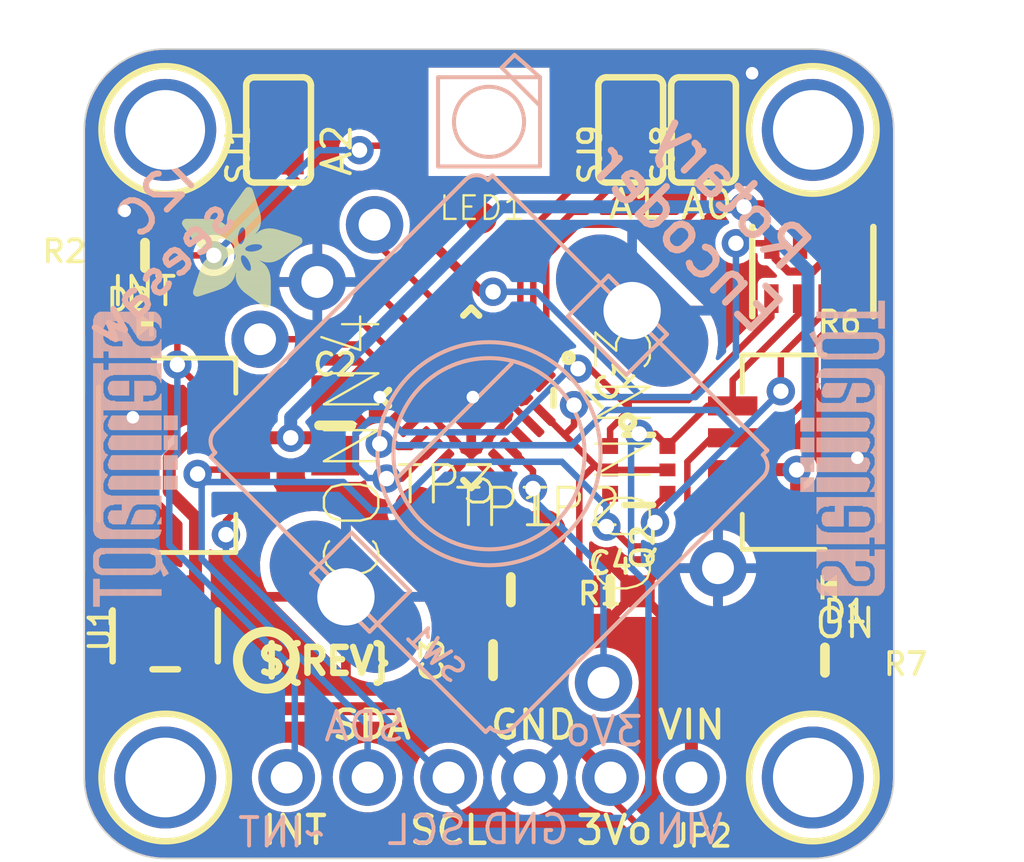
<source format=kicad_pcb>
(kicad_pcb (version 20221018) (generator pcbnew)
  (layers (0 "F.Cu" signal) (31 "B.Cu" signal) (34 "B.Paste" user) (35 "F.Paste" user) (36 "B.SilkS" user "B.Silkscreen") (37 "F.SilkS" user "F.Silkscreen") (38 "B.Mask" user) (39 "F.Mask" user) (44 "Edge.Cuts" user))
  (net 0 "")
  (net 1 "SWDIO")
  (net 2 "SWCLK")
  (net 3 "GND")
  (net 4 "3.3V")
  (net 5 "~{RESET}")
  (net 6 "SDA")
  (net 7 "SCL")
  (net 8 "SCL_3V")
  (net 9 "SDA_3V")
  (net 10 "ENC_A")
  (net 11 "ENC_B")
  (net 12 "ADDR0")
  (net 13 "ADDR1")
  (net 14 "INT")
  (net 15 "VCC")
  (net 16 "N$1")
  (net 17 "SWITCH")
  (net 18 "ADDR2")
  (net 19 "N$2")
  (net 20 "NEOPIX")
  (footprint "working:1X06_ROUND_70" (layer "F.Cu") (at 148.5011 115.1636 180)
    (fp_text reference "JP2")
    (fp_text value "")
  )
  (footprint "working:TP15R" (layer "F.Cu") (at 150.1775 107.4928)
    (fp_text reference "TP2")
    (fp_text value "TPTP15R")
  )
  (footprint "working:0603-NO" (layer "F.Cu") (at 159.0421 111.4806)
    (fp_text reference "R7")
    (fp_text value "10K")
  )
  (footprint "working:SOT363" (layer "F.Cu") (at 153.2001 105.5116 -90)
    (fp_text reference "Q2")
    (fp_text value "BSS138")
  )
  (footprint "working:CHIPLED_0603_NOOUTLINE" (layer "F.Cu") (at 159.1691 109.1946 90)
    (fp_text reference "D1")
    (fp_text value "GREEN")
  )
  (footprint "working:MOUNTINGHOLE_2.5_PLATED" (layer "F.Cu") (at 138.3411 115.1636)
    (fp_text reference "U$29" hide)
    (fp_text value "MOUNTINGHOLE2.5" hide)
  )
  (footprint "working:MOUNTINGHOLE_2.5_PLATED" (layer "F.Cu") (at 138.3411 94.8436)
    (fp_text reference "U$25" hide)
    (fp_text value "MOUNTINGHOLE2.5" hide)
  )
  (footprint "working:JST_SH4" (layer "F.Cu") (at 158.6611 105.0036 90)
    (fp_text reference "CONN3")
    (fp_text value "STEMMA_I2C_QT" hide)
  )
  (footprint "working:0603-NO" (layer "F.Cu") (at 137.7061 98.7806 180)
    (fp_text reference "R2")
    (fp_text value "10K")
  )
  (footprint "working:0603-NO" (layer "F.Cu") (at 149.1869 109.2708)
    (fp_text reference "R1")
    (fp_text value "10K")
  )
  (footprint "working:FIDUCIAL_1MM" (layer "F.Cu") (at 148.2471 97.5995)
    (fp_text reference "FID4" hide)
    (fp_text value "FIDUCIAL_1MM" hide)
  )
  (footprint "working:JST_SH4" (layer "F.Cu") (at 138.3411 105.0036 -90)
    (fp_text reference "CONN4")
    (fp_text value "STEMMA_I2C_QT" hide)
  )
  (footprint "working:SOT23-5" (layer "F.Cu") (at 138.3411 110.7186 180)
    (fp_text reference "U1")
    (fp_text value "AP2112K-3.3")
  )
  (footprint "working:FIDUCIAL_1MM" (layer "F.Cu") (at 155.2321 110.5281)
    (fp_text reference "FID3" hide)
    (fp_text value "FIDUCIAL_1MM" hide)
  )
  (footprint "working:QFN24_4MM" (layer "F.Cu") (at 147.9423 103.251 -135)
    (fp_text reference "IC1")
    (fp_text value "ATSAMD09D14A-MU")
  )
  (footprint "working:ADAFRUIT_3.5MM" (layer "F.Cu") (at 138.8491 100.4316)
    (fp_text reference "U$32" hide)
    (fp_text value "" hide)
  )
  (footprint "working:SOLDERJUMPER_ARROW_NOPASTE" (layer "F.Cu") (at 152.9461 94.8436 90)
    (fp_text reference "SJ9")
    (fp_text value "")
  )
  (footprint "working:SOLDERJUMPER_ARROW_NOPASTE" (layer "F.Cu") (at 155.2321 94.8436 90)
    (fp_text reference "SJ8")
    (fp_text value "")
  )
  (footprint "working:0805-NO" (layer "F.Cu") (at 148.6281 111.4806 180)
    (fp_text reference "C3")
    (fp_text value "10uF")
  )
  (footprint "working:0603-NO" (layer "F.Cu") (at 152.3111 109.3216)
    (fp_text reference "C4")
    (fp_text value "0.1uF")
  )
  (footprint "working:TP15R" (layer "F.Cu") (at 148.0947 107.4928)
    (fp_text reference "TP1")
    (fp_text value "TPTP15R")
  )
  (footprint "working:0805-NO" (layer "F.Cu") (at 143.6751 104.1146 90)
    (fp_text reference "C2")
    (fp_text value "10uF")
  )
  (footprint "working:SOLDERJUMPER_ARROW_NOPASTE" (layer "F.Cu") (at 141.8971 94.8436 90)
    (fp_text reference "SJ1")
    (fp_text value "")
  )
  (footprint "working:MOUNTINGHOLE_2.5_PLATED" (layer "F.Cu") (at 158.6611 115.1636)
    (fp_text reference "U$30" hide)
    (fp_text value "MOUNTINGHOLE2.5" hide)
  )
  (footprint "working:RESPACK_4X0603" (layer "F.Cu") (at 158.6611 99.2886 180)
    (fp_text reference "R6")
    (fp_text value "10K")
  )
  (footprint "working:TP15R" (layer "F.Cu") (at 146.2659 106.7816)
    (fp_text reference "TP3")
    (fp_text value "TPTP15R")
  )
  (footprint "working:CHIPLED_0603_NOOUTLINE" (layer "F.Cu") (at 137.7061 100.9396 -90)
    (fp_text reference "D2")
    (fp_text value "red")
  )
  (footprint "working:PCBFEAT-REV-040" (layer "F.Cu") (at 141.5161 111.4806)
    (fp_text reference "U$33" hide)
    (fp_text value "" hide)
  )
  (footprint "working:MOUNTINGHOLE_2.5_PLATED" (layer "F.Cu") (at 158.6611 94.8436)
    (fp_text reference "U$27" hide)
    (fp_text value "MOUNTINGHOLE2.5" hide)
  )
  (footprint "working:STEMMAQT" (layer "B.Cu") (at 138.7221 100.5586 -90)
    (fp_text reference "U$35" hide)
    (fp_text value "" hide)
  )
  (footprint "working:NEO3535_REVERSE" (layer "B.Cu") (at 148.5011 94.5896 180)
    (fp_text reference "LED1")
    (fp_text value "WS2812B_SK6812E")
  )
  (footprint "working:STEMMAQT" (layer "B.Cu") (at 158.2801 109.4486 90)
    (fp_text reference "U$34" hide)
    (fp_text value "" hide)
  )
  (footprint "working:PEC11+SWITCH" (layer "B.Cu") (at 148.5011 105.0036 45)
    (fp_text reference "SW1")
    (fp_text value "")
  )
  (gr_arc (start 161.2011 115.1636) (mid 160.457151 116.959651) (end 158.6611 117.7036) (stroke (width 0.05)) (layer "Edge.Cuts"))
  (gr_line (start 135.8011 94.8436) (end 135.8011 115.1636) (stroke (width 0.05)) (layer "Edge.Cuts"))
  (gr_arc (start 135.8011 94.8436) (mid 136.545049 93.047549) (end 138.3411 92.3036) (stroke (width 0.05)) (layer "Edge.Cuts"))
  (gr_line (start 158.6611 92.3036) (end 138.3411 92.3036) (stroke (width 0.05)) (layer "Edge.Cuts"))
  (gr_line (start 161.2011 115.1636) (end 161.2011 94.8436) (stroke (width 0.05)) (layer "Edge.Cuts"))
  (gr_arc (start 158.6611 92.3036) (mid 160.457151 93.047549) (end 161.2011 94.8436) (stroke (width 0.05)) (layer "Edge.Cuts"))
  (gr_arc (start 138.3411 117.7036) (mid 136.545049 116.959651) (end 135.8011 115.1636) (stroke (width 0.05)) (layer "Edge.Cuts"))
  (gr_line (start 138.3411 117.7036) (end 158.6611 117.7036) (stroke (width 0.05)) (layer "Edge.Cuts"))
  (gr_text "3Vo" (at 152.1079 113.7158) (layer "B.SilkS") (effects (font (size 0.89408 0.89408) (thickness 0.12192)) (justify mirror)))
  (gr_text "I2C\nseesaw" (at 140.7541 97.6376 -315) (layer "B.SilkS") (effects (font (size 1.0795 1.0795) (thickness 0.1905)) (justify left bottom mirror)))
  (gr_text "VIN" (at 154.7749 116.7892) (layer "B.SilkS") (effects (font (size 0.89408 0.89408) (thickness 0.12192)) (justify mirror)))
  (gr_text "SCL" (at 146.5453 116.8146) (layer "B.SilkS") (effects (font (size 0.89408 0.89408) (thickness 0.12192)) (justify mirror)))
  (gr_text "~INT" (at 141.9733 116.8908) (layer "B.SilkS") (effects (font (size 0.89408 0.89408) (thickness 0.12192)) (justify mirror)))
  (gr_text "GND" (at 149.6441 116.7892) (layer "B.SilkS") (effects (font (size 0.89408 0.89408) (thickness 0.12192)) (justify mirror)))
  (gr_text "Rotary\nEncoder" (at 155.411703 97.5106 -45) (layer "B.SilkS") (effects (font (size 1.25222 1.25222) (thickness 0.22098)) (justify mirror)))
  (gr_text "SDA" (at 144.5895 113.5634) (layer "B.SilkS") (effects (font (size 0.89408 0.89408) (thickness 0.12192)) (justify mirror)))
  (gr_text "GND" (at 149.8981 113.5126) (layer "F.SilkS") (effects (font (size 0.87376 0.87376) (thickness 0.14224))))
  (gr_text "A1" (at 153.0731 97.1804) (layer "F.SilkS") (effects (font (size 0.89408 0.89408) (thickness 0.12192))))
  (gr_text "INT" (at 142.4051 116.8146) (layer "F.SilkS") (effects (font (size 0.87376 0.87376) (thickness 0.14224))))
  (gr_text "VIN" (at 154.8511 113.5126) (layer "F.SilkS") (effects (font (size 0.87376 0.87376) (thickness 0.14224))))
  (gr_text "A2" (at 143.7259 95.4786 90) (layer "F.SilkS") (effects (font (size 0.89408 0.89408) (thickness 0.12192))))
  (gr_text "SDA" (at 144.8181 113.5126) (layer "F.SilkS") (effects (font (size 0.87376 0.87376) (thickness 0.14224))))
  (gr_text "A0" (at 155.3337 97.1804) (layer "F.SilkS") (effects (font (size 0.89408 0.89408) (thickness 0.12192))))
  (gr_text "ON" (at 158.6611 110.8456) (layer "F.SilkS") (effects (font (size 0.89408 0.89408) (thickness 0.12192)) (justify left bottom)))
  (gr_text "3Vo" (at 152.4381 116.8146) (layer "F.SilkS") (effects (font (size 0.87376 0.87376) (thickness 0.14224))))
  (gr_text "INT" (at 136.5631 100.4316) (layer "F.SilkS") (effects (font (size 0.89408 0.89408) (thickness 0.12192)) (justify left bottom)))
  (gr_text "SCL" (at 147.2311 116.8146) (layer "F.SilkS") (effects (font (size 0.87376 0.87376) (thickness 0.14224))))
  (segment (start 149.7965 107.4928) (end 150.1775 107.4928) (width 0.2032) (layer "F.Cu") (net 1))
  (segment (start 148.826181 105.195544) (end 148.826181 105.27361) (width 0.2032) (layer "F.Cu") (net 1))
  (segment (start 149.130271 105.5777) (end 149.130271 106.826572) (width 0.2032) (layer "F.Cu") (net 1))
  (segment (start 149.7965 107.4928) (end 149.130271 106.826572) (width 0.2032) (layer "F.Cu") (net 1))
  (segment (start 148.826181 105.27361) (end 149.130271 105.5777) (width 0.2032) (layer "F.Cu") (net 1))
  (segment (start 148.0947 107.4928) (end 148.0947 109.0286) (width 0.2032) (layer "F.Cu") (net 2))
  (segment (start 148.0947 109.0286) (end 148.3369 109.2708) (width 0.2032) (layer "F.Cu") (net 2))
  (segment (start 148.472628 105.5491) (end 148.0947 105.927029) (width 0.2032) (layer "F.Cu") (net 2))
  (segment (start 148.0947 105.927029) (end 148.0947 107.4928) (width 0.2032) (layer "F.Cu") (net 2))
  (segment (start 147.9423 103.251) (end 147.9677 103.2256) (width 0.2032) (layer "F.Cu") (net 3))
  (segment (start 149.88684 104.134885) (end 148.977556 103.2256) (width 0.2032) (layer "F.Cu") (net 3))
  (segment (start 136.3091 108.6866) (end 136.3091 109.0676) (width 0.4064) (layer "F.Cu") (net 3))
  (segment (start 138.395253 99.615447) (end 143.112946 99.615447) (width 0.254) (layer "F.Cu") (net 3))
  (segment (start 137.492875 101.6698) (end 137.7061 101.456575) (width 0.254) (layer "F.Cu") (net 3))
  (segment (start 137.7061 100.3046) (end 138.395253 99.615447) (width 0.254) (layer "F.Cu") (net 3))
  (segment (start 136.9551 107.8036) (end 136.9551 108.0406) (width 0.4064) (layer "F.Cu") (net 3))
  (segment (start 136.3091 109.0676) (end 136.4361 109.1946) (width 0.4064) (layer "F.Cu") (net 3))
  (segment (start 147.9677 103.2256) (end 147.9931 103.2256) (width 0.2032) (layer "F.Cu") (net 3))
  (segment (start 148.977556 103.2256) (end 147.9931 103.2256) (width 0.2032) (layer "F.Cu") (net 3))
  (segment (start 136.9551 108.0406) (end 136.3091 108.6866) (width 0.4064) (layer "F.Cu") (net 3))
  (segment (start 137.4889 101.6698) (end 137.492875 101.6698) (width 0.254) (layer "F.Cu") (net 3))
  (segment (start 136.9551 102.2036) (end 137.4889 101.6698) (width 0.254) (layer "F.Cu") (net 3))
  (segment (start 137.7061 101.456575) (end 137.7061 100.3046) (width 0.254) (layer "F.Cu") (net 3))
  (via (at 145.0721 103.2256) (size 0.8001) (drill 0.3937) (layers "F.Cu" "B.Cu") (net 3))
  (via (at 147.9931 103.2256) (size 0.8001) (drill 0.3937) (layers "F.Cu" "B.Cu") (net 3))
  (via (at 137.0711 97.3836) (size 0.8001) (drill 0.3937) (layers "F.Cu" "B.Cu") (net 3))
  (via (at 160.0581 105.1306) (size 0.8001) (drill 0.3937) (layers "F.Cu" "B.Cu") (net 3))
  (via (at 137.3251 103.8606) (size 0.8001) (drill 0.3937) (layers "F.Cu" "B.Cu") (net 3))
  (via (at 156.7561 93.0656) (size 0.8001) (drill 0.3937) (layers "F.Cu" "B.Cu") (net 3))
  (segment (start 156.2481 98.3996) (end 157.3611 98.3996) (width 0.2032) (layer "F.Cu") (net 4))
  (segment (start 148.241575 99.9236) (end 146.4487 98.130725) (width 0.3048) (layer "F.Cu") (net 4))
  (segment (start 151.4611 109.3216) (end 151.3341 109.1946) (width 0.2032) (layer "F.Cu") (net 4))
  (segment (start 158.1921 111.4806) (end 156.2481 113.4246) (width 0.2032) (layer "F.Cu") (net 4))
  (segment (start 144.5761 95.3396) (end 145.8511 95.3396) (width 0.2032) (layer "F.Cu") (net 4))
  (segment (start 156.2481 113.4246) (end 156.2481 116.1796) (width 0.2032) (layer "F.Cu") (net 4))
  (segment (start 139.2911 112.0187) (end 140.9112 112.0187) (width 0.4064) (layer "F.Cu") (net 4))
  (segment (start 151.1681 104.114604) (end 151.1681 103.4796) (width 0.2032) (layer "F.Cu") (net 4))
  (segment (start 152.3111 115.7986) (end 152.3111 115.1636) (width 0.2032) (layer "F.Cu") (net 4))
  (segment (start 150.870884 104.411819) (end 151.1681 104.114604) (width 0.2032) (layer "F.Cu") (net 4))
  (segment (start 140.9112 112.0187) (end 141.8971 113.0046) (width 0.4064) (layer "F.Cu") (net 4))
  (segment (start 155.7401 116.6876) (end 153.2001 116.6876) (width 0.2032) (layer "F.Cu") (net 4))
  (segment (start 151.970665 105.5116) (end 151.823381 105.364316) (width 0.2032) (layer "F.Cu") (net 4))
  (segment (start 150.0877 109.3216) (end 150.0369 109.2708) (width 0.2032) (layer "F.Cu") (net 4))
  (segment (start 158.6611 99.2886) (end 157.8991 99.2886) (width 0.254) (layer "F.Cu") (net 4))
  (segment (start 159.0611 98.8886) (end 158.6611 99.2886) (width 0.254) (layer "F.Cu") (net 4))
  (segment (start 151.3341 105.853597) (end 151.3341 109.1946) (width 0.2032) (layer "F.Cu") (net 4))
  (segment (start 148.6281 99.9236) (end 148.241575 99.9236) (width 0.3048) (layer "F.Cu") (net 4))
  (segment (start 149.0041 113.0046) (end 149.5781 112.4306) (width 0.4064) (layer "F.Cu") (net 4))
  (segment (start 151.823381 105.364316) (end 150.870884 104.411819) (width 0.2032) (layer "F.Cu") (net 4))
  (segment (start 157.8991 99.2886) (end 157.4881 98.8776) (width 0.254) (layer "F.Cu") (net 4))
  (segment (start 149.5781 112.4306) (end 152.3111 115.1636) (width 0.4064) (layer "F.Cu") (net 4))
  (segment (start 146.4487 95.9372) (end 146.4487 98.130725) (width 0.3048) (layer "F.Cu") (net 4))
  (segment (start 150.0369 111.0218) (end 150.0369 109.2708) (width 0.4064) (layer "F.Cu") (net 4))
  (segment (start 151.3341 105.853597) (end 151.823381 105.364316) (width 0.2032) (layer "F.Cu") (net 4))
  (segment (start 150.240396 103.781332) (end 150.870884 104.411819) (width 0.2032) (layer "F.Cu") (net 4))
  (segment (start 153.2001 116.6876) (end 152.3111 115.7986) (width 0.2032) (layer "F.Cu") (net 4))
  (segment (start 141.8971 113.0046) (end 149.0041 113.0046) (width 0.4064) (layer "F.Cu") (net 4))
  (segment (start 157.3611 98.1456) (end 157.3611 98.3996) (width 0.254) (layer "F.Cu") (net 4))
  (segment (start 156.2481 116.1796) (end 155.7401 116.6876) (width 0.2032) (layer "F.Cu") (net 4))
  (segment (start 145.8511 95.3396) (end 146.4487 95.9372) (width 0.3048) (layer "F.Cu") (net 4))
  (segment (start 154.1001 105.5116) (end 152.3001 105.5116) (width 0.2032) (layer "F.Cu") (net 4))
  (segment (start 149.5781 111.4806) (end 150.0369 111.0218) (width 0.4064) (layer "F.Cu") (net 4))
  (segment (start 157.4881 98.8776) (end 157.4881 98.1456) (width 0.254) (layer "F.Cu") (net 4))
  (segment (start 152.3001 105.5116) (end 151.970665 105.5116) (width 0.2032) (layer "F.Cu") (net 4))
  (segment (start 138.5561 98.7806) (end 139.8651 98.7806) (width 0.2032) (layer "F.Cu") (net 4))
  (segment (start 159.0611 98.4386) (end 159.0611 98.8886) (width 0.254) (layer "F.Cu") (net 4))
  (segment (start 149.5781 111.4806) (end 149.5781 112.4306) (width 0.4064) (layer "F.Cu") (net 4))
  (segment (start 144.4371 95.4786) (end 144.5761 95.3396) (width 0.2032) (layer "F.Cu") (net 4))
  (segment (start 151.4611 109.3216) (end 150.0877 109.3216) (width 0.2032) (layer "F.Cu") (net 4))
  (segment (start 157.3611 98.3996) (end 157.3611 98.4386) (width 0.254) (layer "F.Cu") (net 4))
  (segment (start 157.3611 98.1456) (end 157.4881 98.1456) (width 0.2032) (layer "F.Cu") (net 4))
  (via (at 151.1681 103.4796) (size 0.889) (drill 0.4826) (layers "F.Cu" "B.Cu") (net 4))
  (via (at 156.2481 98.3996) (size 0.889) (drill 0.4826) (layers "F.Cu" "B.Cu") (net 4))
  (via (at 144.4371 95.4786) (size 0.889) (drill 0.4826) (layers "F.Cu" "B.Cu") (net 4))
  (via (at 139.8651 98.7806) (size 0.889) (drill 0.4826) (layers "F.Cu" "B.Cu") (net 4))
  (via (at 148.6281 99.9236) (size 0.889) (drill 0.4826) (layers "F.Cu" "B.Cu") (net 4))
  (segment (start 148.6281 99.9236) (end 149.990406 99.9236) (width 0.2032) (layer "B.Cu") (net 4))
  (segment (start 143.1671 95.4786) (end 144.4371 95.4786) (width 0.2032) (layer "B.Cu") (net 4))
  (segment (start 151.1681 103.4796) (end 151.4221 103.2256) (width 0.2032) (layer "B.Cu") (net 4))
  (segment (start 139.8651 98.7806) (end 143.1671 95.4786) (width 0.2032) (layer "B.Cu") (net 4))
  (segment (start 151.4221 103.2256) (end 153.292406 103.2256) (width 0.2032) (layer "B.Cu") (net 4))
  (segment (start 154.9781 103.2256) (end 153.292406 103.2256) (width 0.2032) (layer "B.Cu") (net 4))
  (segment (start 156.2481 101.9556) (end 154.9781 103.2256) (width 0.2032) (layer "B.Cu") (net 4))
  (segment (start 149.990406 99.9236) (end 153.292406 103.2256) (width 0.2032) (layer "B.Cu") (net 4))
  (segment (start 156.2481 98.3996) (end 156.2481 101.9556) (width 0.2032) (layer "B.Cu") (net 4))
  (segment (start 147.411968 105.5491) (end 146.2659 106.695169) (width 0.2032) (layer "F.Cu") (net 5))
  (segment (start 146.2659 106.695169) (end 146.2659 106.7816) (width 0.2032) (layer "F.Cu") (net 5))
  (segment (start 158.4071 103.3526) (end 158.4071 101.8286) (width 0.2032) (layer "F.Cu") (net 6))
  (segment (start 152.9334 107.9119) (end 154.1018 107.9119) (width 0.2032) (layer "F.Cu") (net 6))
  (segment (start 154.7241 107.2896) (end 154.7241 105.2576) (width 0.2032) (layer "F.Cu") (net 6))
  (segment (start 152.1841 106.3776) (end 152.3001 106.2616) (width 0.2032) (layer "F.Cu") (net 6))
  (segment (start 159.1691 101.0666) (end 159.5501 101.0666) (width 0.2032) (layer "F.Cu") (net 6))
  (segment (start 152.1841 106.3776) (end 152.1841 107.1626) (width 0.2032) (layer "F.Cu") (net 6))
  (segment (start 139.4921 105.5036) (end 139.3571 105.6386) (width 0.2032) (layer "F.Cu") (net 6))
  (segment (start 152.1841 107.2896) (end 152.1841 107.1626) (width 0.2032) (layer "F.Cu") (net 6))
  (segment (start 152.9334 107.9119) (end 152.1841 107.1626) (width 0.2032) (layer "F.Cu") (net 6))
  (segment (start 154.7241 105.2576) (end 155.4781 104.5036) (width 0.2032) (layer "F.Cu") (net 6))
  (segment (start 159.5501 101.0666) (end 159.9611 100.6556) (width 0.2032) (layer "F.Cu") (net 6))
  (segment (start 140.8551 105.5036) (end 139.4921 105.5036) (width 0.2032) (layer "F.Cu") (net 6))
  (segment (start 156.1471 104.5036) (end 157.2561 104.5036) (width 0.2032) (layer "F.Cu") (net 6))
  (segment (start 158.4071 101.8286) (end 159.1691 101.0666) (width 0.2032) (layer "F.Cu") (net 6))
  (segment (start 155.4781 104.5036) (end 156.1471 104.5036) (width 0.2032) (layer "F.Cu") (net 6))
  (segment (start 157.2561 104.5036) (end 158.4071 103.3526) (width 0.2032) (layer "F.Cu") (net 6))
  (segment (start 154.7241 107.2896) (end 154.1018 107.9119) (width 0.2032) (layer "F.Cu") (net 6))
  (segment (start 159.9611 100.6556) (end 159.9611 100.1386) (width 0.2032) (layer "F.Cu") (net 6))
  (via (at 152.1841 107.2896) (size 0.889) (drill 0.4826) (layers "F.Cu" "B.Cu") (net 6))
  (via (at 139.3571 105.6386) (size 0.889) (drill 0.4826) (layers "F.Cu" "B.Cu") (net 6))
  (segment (start 144.8181 106.7816) (end 145.4531 106.7816) (width 0.2032) (layer "B.Cu") (net 6))
  (segment (start 152.1841 106.6546) (end 152.1841 107.2896) (width 0.2032) (layer "B.Cu") (net 6))
  (segment (start 143.9291 105.8926) (end 139.6111 105.8926) (width 0.2032) (layer "B.Cu") (net 6))
  (segment (start 139.3571 105.6386) (end 139.6111 105.8926) (width 0.2032) (layer "B.Cu") (net 6))
  (segment (start 139.3571 105.6386) (end 139.4841 105.7656) (width 0.2032) (layer "B.Cu") (net 6))
  (segment (start 143.9291 105.8926) (end 144.8181 106.7816) (width 0.2032) (layer "B.Cu") (net 6))
  (segment (start 150.7871 105.2576) (end 152.1841 106.6546) (width 0.2032) (layer "B.Cu") (net 6))
  (segment (start 139.4841 105.7656) (end 139.4841 108.3056) (width 0.2032) (layer "B.Cu") (net 6))
  (segment (start 139.4841 108.3056) (end 144.6911 113.5126) (width 0.2032) (layer "B.Cu") (net 6))
  (segment (start 145.4531 106.7816) (end 146.9771 105.2576) (width 0.2032) (layer "B.Cu") (net 6))
  (segment (start 144.6911 115.1636) (end 144.6911 113.5126) (width 0.2032) (layer "B.Cu") (net 6))
  (segment (start 146.9771 105.2576) (end 150.7871 105.2576) (width 0.2032) (layer "B.Cu") (net 6))
  (segment (start 153.212025 104.3813) (end 153.7198 104.3813) (width 0.2032) (layer "F.Cu") (net 7))
  (segment (start 158.2611 100.5776) (end 156.1471 102.6916) (width 0.2032) (layer "F.Cu") (net 7))
  (segment (start 140.2461 107.1126) (end 140.2461 107.5436) (width 0.2032) (layer "F.Cu") (net 7))
  (segment (start 155.3581 103.5036) (end 156.1471 103.5036) (width 0.2032) (layer "F.Cu") (net 7))
  (segment (start 155.3581 103.5036) (end 154.1001 104.7616) (width 0.2032) (layer "F.Cu") (net 7))
  (segment (start 156.1471 102.6916) (end 156.1471 103.5036) (width 0.2032) (layer "F.Cu") (net 7))
  (segment (start 158.2611 100.1386) (end 158.2611 100.5776) (width 0.2032) (layer "F.Cu") (net 7))
  (segment (start 153.7198 104.3813) (end 154.1001 104.7616) (width 0.2032) (layer "F.Cu") (net 7))
  (segment (start 140.8551 106.5036) (end 140.2461 107.1126) (width 0.2032) (layer "F.Cu") (net 7))
  (via (at 153.212025 104.3813) (size 0.889) (drill 0.4826) (layers "F.Cu" "B.Cu") (net 7))
  (via (at 140.2461 107.5436) (size 0.889) (drill 0.4826) (layers "F.Cu" "B.Cu") (net 7))
  (segment (start 147.7391 116.4336) (end 147.2311 115.9256) (width 0.2032) (layer "B.Cu") (net 7))
  (segment (start 152.9588 104.634525) (end 153.212025 104.3813) (width 0.2032) (layer "B.Cu") (net 7))
  (segment (start 147.2311 115.9256) (end 147.2311 115.1636) (width 0.2032) (layer "B.Cu") (net 7))
  (segment (start 152.9588 108.5723) (end 152.9588 104.634525) (width 0.2032) (layer "B.Cu") (net 7))
  (segment (start 153.5049 115.658094) (end 152.729393 116.4336) (width 0.2032) (layer "B.Cu") (net 7))
  (segment (start 152.9588 108.5723) (end 153.5049 109.1184) (width 0.2032) (layer "B.Cu") (net 7))
  (segment (start 147.1041 115.1636) (end 147.2311 115.1636) (width 0.2032) (layer "B.Cu") (net 7))
  (segment (start 153.5049 109.1184) (end 153.5049 115.658094) (width 0.2032) (layer "B.Cu") (net 7))
  (segment (start 140.2461 108.3056) (end 147.1041 115.1636) (width 0.2032) (layer "B.Cu") (net 7))
  (segment (start 152.729393 116.4336) (end 147.7391 116.4336) (width 0.2032) (layer "B.Cu") (net 7))
  (segment (start 140.2461 107.5436) (end 140.2461 108.3056) (width 0.2032) (layer "B.Cu") (net 7))
  (segment (start 152.8826 103.65105) (end 152.8826 103.5431) (width 0.2032) (layer "F.Cu") (net 8))
  (segment (start 152.3001 104.23355) (end 152.8826 103.65105) (width 0.2032) (layer "F.Cu") (net 8))
  (segment (start 154.7589 103.3178) (end 152.9113 103.3178) (width 0.2032) (layer "F.Cu") (net 8))
  (segment (start 152.3001 104.7616) (end 152.3001 104.23355) (width 0.2032) (layer "F.Cu") (net 8))
  (segment (start 152.8826 103.5431) (end 152.8826 103.2891) (width 0.2032) (layer "F.Cu") (net 8))
  (segment (start 151.2951 102.3366) (end 151.4221 102.2096) (width 0.2032) (layer "F.Cu") (net 8))
  (segment (start 152.8826 103.5431) (end 151.5491 102.2096) (width 0.2032) (layer "F.Cu") (net 8))
  (segment (start 146.704862 104.841991) (end 145.763053 105.7838) (width 0.2032) (layer "F.Cu") (net 8))
  (segment (start 152.9113 103.3178) (end 152.8826 103.2891) (width 0.2032) (layer "F.Cu") (net 8))
  (segment (start 157.3611 100.7156) (end 154.7589 103.3178) (width 0.2032) (layer "F.Cu") (net 8))
  (segment (start 157.3611 100.1386) (end 157.3611 100.7156) (width 0.2032) (layer "F.Cu") (net 8))
  (segment (start 145.763053 105.7838) (end 145.287056 105.7838) (width 0.2032) (layer "F.Cu") (net 8))
  (segment (start 151.5491 102.2096) (end 151.4221 102.2096) (width 0.2032) (layer "F.Cu") (net 8))
  (via (at 151.2951 102.3366) (size 0.889) (drill 0.4826) (layers "F.Cu" "B.Cu") (net 8))
  (via (at 145.287056 105.7838) (size 0.889) (drill 0.4826) (layers "F.Cu" "B.Cu") (net 8))
  (segment (start 151.0411 102.3366) (end 151.2951 102.3366) (width 0.2032) (layer "B.Cu") (net 8))
  (segment (start 144.762425 103.9423) (end 145.383175 103.9423) (width 0.2032) (layer "B.Cu") (net 8))
  (segment (start 144.3101 105.3846) (end 144.3101 104.3686) (width 0.2032) (layer "B.Cu") (net 8))
  (segment (start 144.3101 104.3686) (end 144.336125 104.3686) (width 0.2032) (layer "B.Cu") (net 8))
  (segment (start 145.771375 104.3305) (end 149.0472 104.3305) (width 0.2032) (layer "B.Cu") (net 8))
  (segment (start 144.3101 105.3846) (end 144.6911 105.7656) (width 0.2032) (layer "B.Cu") (net 8))
  (segment (start 151.0411 102.3366) (end 149.0472 104.3305) (width 0.2032) (layer "B.Cu") (net 8))
  (segment (start 144.336125 104.3686) (end 144.762425 103.9423) (width 0.2032) (layer "B.Cu") (net 8))
  (segment (start 145.268856 105.7656) (end 144.6911 105.7656) (width 0.2032) (layer "B.Cu") (net 8))
  (segment (start 145.287056 105.7838) (end 145.268856 105.7656) (width 0.2032) (layer "B.Cu") (net 8))
  (segment (start 145.383175 103.9423) (end 145.771375 104.3305) (width 0.2032) (layer "B.Cu") (net 8))
  (segment (start 159.0611 100.5396) (end 157.6578 101.9429) (width 0.2032) (layer "F.Cu") (net 9))
  (segment (start 159.0611 100.1386) (end 159.0611 100.5396) (width 0.2032) (layer "F.Cu") (net 9))
  (segment (start 146.047218 104.792529) (end 145.658662 104.792529) (width 0.2032) (layer "F.Cu") (net 9))
  (segment (start 154.1001 106.2616) (end 153.7081 106.6536) (width 0.2032) (layer "F.Cu") (net 9))
  (segment (start 157.6578 101.9429) (end 157.6578 103.042225) (width 0.2032) (layer "F.Cu") (net 9))
  (segment (start 146.351309 104.488438) (end 146.047218 104.792529) (width 0.2032) (layer "F.Cu") (net 9))
  (segment (start 145.557737 104.691604) (end 145.0728 104.691604) (width 0.2032) (layer "F.Cu") (net 9))
  (segment (start 153.7081 106.6536) (end 153.7081 107.1626) (width 0.2032) (layer "F.Cu") (net 9))
  (segment (start 145.658662 104.792529) (end 145.557737 104.691604) (width 0.2032) (layer "F.Cu") (net 9))
  (via (at 157.6578 103.042225) (size 0.889) (drill 0.4826) (layers "F.Cu" "B.Cu") (net 9))
  (via (at 145.0728 104.691604) (size 0.889) (drill 0.4826) (layers "F.Cu" "B.Cu") (net 9))
  (via (at 153.7081 107.1626) (size 0.889) (drill 0.4826) (layers "F.Cu" "B.Cu") (net 9))
  (segment (start 152.202375 103.632) (end 155.6385 103.632) (width 0.2032) (layer "B.Cu") (net 9))
  (segment (start 151.097475 104.7369) (end 152.202375 103.632) (width 0.2032) (layer "B.Cu") (net 9))
  (segment (start 151.097475 104.7369) (end 145.118096 104.7369) (width 0.2032) (layer "B.Cu") (net 9))
  (segment (start 153.7081 106.991925) (end 153.7081 107.1626) (width 0.2032) (layer "B.Cu") (net 9))
  (segment (start 156.353262 104.346763) (end 153.7081 106.991925) (width 0.2032) (layer "B.Cu") (net 9))
  (segment (start 157.6578 103.042225) (end 156.353262 104.346763) (width 0.2032) (layer "B.Cu") (net 9))
  (segment (start 155.6385 103.632) (end 156.353262 104.346763) (width 0.2032) (layer "B.Cu") (net 9))
  (segment (start 145.0728 104.691604) (end 145.118096 104.7369) (width 0.2032) (layer "B.Cu") (net 9))
  (segment (start 143.100362 100.9396) (end 144.570237 100.9396) (width 0.2032) (layer "F.Cu") (net 10))
  (segment (start 141.316896 101.4115) (end 142.628462 101.4115) (width 0.2032) (layer "F.Cu") (net 10))
  (segment (start 144.570237 100.9396) (end 145.997756 102.367119) (width 0.2032) (layer "F.Cu") (net 10))
  (segment (start 142.628462 101.4115) (end 143.100362 100.9396) (width 0.2032) (layer "F.Cu") (net 10))
  (segment (start 144.909 97.819397) (end 144.909 98.327397) (width 0.2032) (layer "F.Cu") (net 11))
  (segment (start 147.411968 100.952904) (end 147.411968 100.830366) (width 0.2032) (layer "F.Cu") (net 11))
  (segment (start 147.411968 100.830366) (end 144.909 98.327397) (width 0.2032) (layer "F.Cu") (net 11))
  (segment (start 155.2321 97.1296) (end 155.2321 95.8596) (width 0.2032) (layer "F.Cu") (net 12))
  (segment (start 154.542975 97.818725) (end 155.2321 97.1296) (width 0.2032) (layer "F.Cu") (net 12))
  (segment (start 150.296478 101.250375) (end 150.296478 98.817382) (width 0.2032) (layer "F.Cu") (net 12))
  (segment (start 149.533287 102.013566) (end 150.296478 101.250375) (width 0.2032) (layer "F.Cu") (net 12))
  (segment (start 150.296478 98.817382) (end 151.295134 97.818725) (width 0.2032) (layer "F.Cu") (net 12))
  (segment (start 151.295134 97.818725) (end 154.542975 97.818725) (width 0.2032) (layer "F.Cu") (net 12))
  (segment (start 151.5491 97.412325) (end 152.9461 96.015325) (width 0.2032) (layer "F.Cu") (net 13))
  (segment (start 149.890081 100.949666) (end 149.890081 98.649044) (width 0.2032) (layer "F.Cu") (net 13))
  (segment (start 149.179734 101.660013) (end 149.890081 100.949666) (width 0.2032) (layer "F.Cu") (net 13))
  (segment (start 151.1268 97.412325) (end 151.5491 97.412325) (width 0.2032) (layer "F.Cu") (net 13))
  (segment (start 149.890081 98.649044) (end 151.1268 97.412325) (width 0.2032) (layer "F.Cu") (net 13))
  (segment (start 152.9461 96.015325) (end 152.9461 95.8596) (width 0.2032) (layer "F.Cu") (net 13))
  (segment (start 144.498128 101.5746) (end 143.1671 101.5746) (width 0.2032) (layer "F.Cu") (net 14))
  (segment (start 138.7221 101.2056) (end 138.7221 102.2096) (width 0.2032) (layer "F.Cu") (net 14))
  (segment (start 145.6442 102.720672) (end 144.498128 101.5746) (width 0.2032) (layer "F.Cu") (net 14))
  (segment (start 139.2301 102.7176) (end 138.7221 102.2096) (width 0.2032) (layer "F.Cu") (net 14))
  (segment (start 138.4561 100.9396) (end 138.7221 101.2056) (width 0.2032) (layer "F.Cu") (net 14))
  (segment (start 143.1671 101.5746) (end 142.0241 102.7176) (width 0.2032) (layer "F.Cu") (net 14))
  (segment (start 142.0241 102.7176) (end 139.2301 102.7176) (width 0.2032) (layer "F.Cu") (net 14))
  (via (at 138.7221 102.2096) (size 0.889) (drill 0.4826) (layers "F.Cu" "B.Cu") (net 14))
  (segment (start 142.4051 111.801338) (end 142.4051 114.9096) (width 0.2032) (layer "B.Cu") (net 14))
  (segment (start 138.7221 105.0036) (end 138.4681 105.2576) (width 0.2032) (layer "B.Cu") (net 14))
  (segment (start 138.4681 107.864338) (end 142.4051 111.801338) (width 0.2032) (layer "B.Cu") (net 14))
  (segment (start 138.4681 105.2576) (end 138.4681 107.864338) (width 0.2032) (layer "B.Cu") (net 14))
  (segment (start 138.7221 102.2096) (end 138.7221 105.0036) (width 0.2032) (layer "B.Cu") (net 14))
  (segment (start 142.4051 114.9096) (end 142.1511 115.1636) (width 0.2032) (layer "B.Cu") (net 14))
  (segment (start 142.2781 104.5036) (end 143.1141 104.5036) (width 0.4064) (layer "F.Cu") (net 15))
  (segment (start 138.4681 106.1825) (end 138.4681 105.1306) (width 0.4064) (layer "F.Cu") (net 15))
  (segment (start 143.1141 104.5036) (end 143.6751 105.0646) (width 0.4064) (layer "F.Cu") (net 15))
  (segment (start 157.2641 108.5596) (end 157.2641 110.2106) (width 0.4064) (layer "F.Cu") (net 15))
  (segment (start 137.3911 110.5306) (end 137.5791 110.7186) (width 0.4064) (layer "F.Cu") (net 15))
  (segment (start 140.8551 104.5036) (end 142.2781 104.5036) (width 0.4064) (layer "F.Cu") (net 15))
  (segment (start 158.1531 107.6706) (end 157.2641 108.5596) (width 0.4064) (layer "F.Cu") (net 15))
  (segment (start 158.2611 97.7456) (end 157.7721 97.2566) (width 0.4064) (layer "F.Cu") (net 15))
  (segment (start 137.3911 109.4185) (end 137.3911 110.5306) (width 0.4064) (layer "F.Cu") (net 15))
  (segment (start 139.2911 110.5306) (end 139.2911 109.4185) (width 0.4064) (layer "F.Cu") (net 15))
  (segment (start 156.5021 97.2566) (end 157.7721 97.2566) (width 0.4064) (layer "F.Cu") (net 15))
  (segment (start 139.2911 109.4185) (end 139.2911 107.0055) (width 0.4064) (layer "F.Cu") (net 15))
  (segment (start 138.4681 105.1306) (end 139.0951 104.5036) (width 0.4064) (layer "F.Cu") (net 15))
  (segment (start 154.8511 112.6236) (end 154.8511 115.1636) (width 0.4064) (layer "F.Cu") (net 15))
  (segment (start 156.1471 105.5036) (end 158.1451 105.5036) (width 0.4064) (layer "F.Cu") (net 15))
  (segment (start 139.1031 110.7186) (end 139.2911 110.5306) (width 0.4064) (layer "F.Cu") (net 15))
  (segment (start 158.1451 105.5036) (end 158.1531 105.5116) (width 0.4064) (layer "F.Cu") (net 15))
  (segment (start 156.5021 97.2566) (end 159.9611 97.2566) (width 0.4064) (layer "F.Cu") (net 15))
  (segment (start 158.2611 98.4386) (end 158.2611 97.7456) (width 0.4064) (layer "F.Cu") (net 15))
  (segment (start 158.1531 105.5116) (end 158.1531 107.6706) (width 0.4064) (layer "F.Cu") (net 15))
  (segment (start 139.2911 107.0055) (end 138.4681 106.1825) (width 0.4064) (layer "F.Cu") (net 15))
  (segment (start 139.0951 104.5036) (end 140.8551 104.5036) (width 0.4064) (layer "F.Cu") (net 15))
  (segment (start 137.5791 110.7186) (end 139.1031 110.7186) (width 0.4064) (layer "F.Cu") (net 15))
  (segment (start 157.2641 110.2106) (end 154.8511 112.6236) (width 0.4064) (layer "F.Cu") (net 15))
  (segment (start 159.9611 97.2566) (end 159.9611 98.4386) (width 0.4064) (layer "F.Cu") (net 15))
  (via (at 156.5021 97.2566) (size 0.889) (drill 0.4826) (layers "F.Cu" "B.Cu") (net 15))
  (via (at 142.2781 104.5036) (size 0.889) (drill 0.4826) (layers "F.Cu" "B.Cu") (net 15))
  (via (at 158.1531 105.5116) (size 0.889) (drill 0.4826) (layers "F.Cu" "B.Cu") (net 15))
  (segment (start 156.5021 97.2566) (end 148.8821 97.2566) (width 0.4064) (layer "B.Cu") (net 15))
  (segment (start 158.5087 99.2632) (end 156.5021 97.2566) (width 0.4064) (layer "B.Cu") (net 15))
  (segment (start 158.5087 99.2632) (end 158.5087 105.156) (width 0.4064) (layer "B.Cu") (net 15))
  (segment (start 158.1531 105.5116) (end 158.5087 105.156) (width 0.4064) (layer "B.Cu") (net 15))
  (segment (start 142.2781 103.8606) (end 142.2781 104.5036) (width 0.4064) (layer "B.Cu") (net 15))
  (segment (start 148.8821 97.2566) (end 142.2781 103.8606) (width 0.4064) (layer "B.Cu") (net 15))
  (segment (start 159.9191 109.1946) (end 159.9191 111.4536) (width 0.2032) (layer "F.Cu") (net 16))
  (segment (start 159.9191 111.4536) (end 159.8921 111.4806) (width 0.2032) (layer "F.Cu") (net 16))
  (segment (start 149.879575 105.541832) (end 149.879575 106.0951) (width 0.2032) (layer "F.Cu") (net 17))
  (segment (start 149.179734 104.841991) (end 149.879575 105.541832) (width 0.2032) (layer "F.Cu") (net 17))
  (via (at 149.879575 106.0951) (size 0.889) (drill 0.4826) (layers "F.Cu" "B.Cu") (net 17))
  (segment (start 152.093203 108.631807) (end 149.879575 106.418179) (width 0.2032) (layer "B.Cu") (net 17))
  (segment (start 152.093203 112.187807) (end 152.093203 108.631807) (width 0.2032) (layer "B.Cu") (net 17))
  (segment (start 149.879575 106.0951) (end 149.879575 106.418179) (width 0.2032) (layer "B.Cu") (net 17))
  (segment (start 141.8971 95.8596) (end 143.704193 97.666694) (width 0.2032) (layer "F.Cu") (net 18))
  (segment (start 143.704193 98.318438) (end 144.5641 99.178344) (width 0.2032) (layer "F.Cu") (net 18))
  (segment (start 144.5641 99.51925) (end 146.704862 101.660013) (width 0.2032) (layer "F.Cu") (net 18))
  (segment (start 144.5641 99.178344) (end 144.5641 99.51925) (width 0.2032) (layer "F.Cu") (net 18))
  (segment (start 143.704193 97.666694) (end 143.704193 98.318438) (width 0.2032) (layer "F.Cu") (net 18))
  (segment (start 136.8561 100.8396) (end 136.9561 100.9396) (width 0.2032) (layer "F.Cu") (net 19))
  (segment (start 136.8561 98.7806) (end 136.8561 100.8396) (width 0.2032) (layer "F.Cu") (net 19))
  (segment (start 149.483681 100.64896) (end 149.483681 98.306019) (width 0.2032) (layer "F.Cu") (net 20))
  (segment (start 149.483681 98.306019) (end 151.1511 96.6386) (width 0.2032) (layer "F.Cu") (net 20))
  (segment (start 151.1511 96.6386) (end 151.1511 95.3396) (width 0.2032) (layer "F.Cu") (net 20))
  (segment (start 148.826181 101.30646) (end 149.483681 100.64896) (width 0.2032) (layer "F.Cu") (net 20))
  (zone (net 3) (net_name "GND") (layer "F.Cu") (priority 6) (connect_pads (clearance 0.000001)) (min_thickness 0.127) (fill yes (thermal_gap 0.304) (thermal_bridge_width 0.304))
    (polygon (pts (xy 161.3281 117.8306) (xy 135.6741 117.8306) (xy 135.6741 92.1766) (xy 161.3281 92.1766)))
  )
  (zone (net 3) (net_name "GND") (layer "B.Cu") (priority 6) (connect_pads (clearance 0.000001)) (min_thickness 0.127) (fill yes (thermal_gap 0.304) (thermal_bridge_width 0.304))
    (polygon (pts (xy 161.3281 117.8306) (xy 135.6741 117.8306) (xy 135.6741 92.1766) (xy 161.3281 92.1766)))
  )
)
</source>
